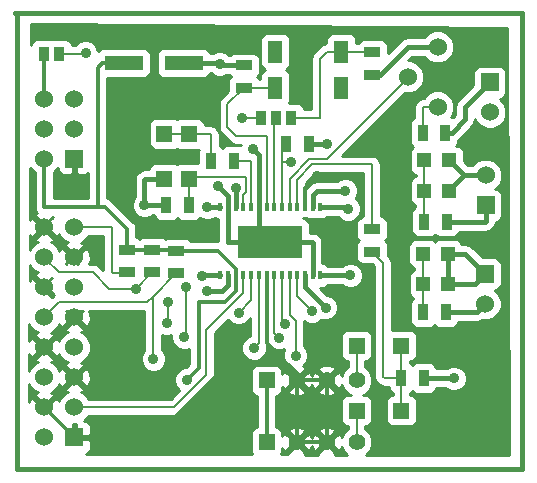
<source format=gtl>
G04 (created by PCBNEW-RS274X (2010-05-05 BZR 2356)-stable) date 29/03/2011 14:52:02*
G01*
G70*
G90*
%MOIN*%
G04 Gerber Fmt 3.4, Leading zero omitted, Abs format*
%FSLAX34Y34*%
G04 APERTURE LIST*
%ADD10C,0.006000*%
%ADD11C,0.015000*%
%ADD12R,0.130000X0.050000*%
%ADD13R,0.050000X0.074000*%
%ADD14R,0.055100X0.055100*%
%ADD15R,0.038000X0.050000*%
%ADD16R,0.047200X0.047200*%
%ADD17R,0.060000X0.060000*%
%ADD18C,0.060000*%
%ADD19R,0.055000X0.035000*%
%ADD20R,0.035000X0.055000*%
%ADD21R,0.055000X0.055000*%
%ADD22C,0.055000*%
%ADD23R,0.011800X0.031500*%
%ADD24R,0.216500X0.110200*%
%ADD25C,0.035000*%
%ADD26C,0.013800*%
%ADD27C,0.015700*%
%ADD28C,0.008000*%
%ADD29C,0.010000*%
G04 APERTURE END LIST*
G54D10*
G54D11*
X25550Y-22360D02*
X25600Y-22360D01*
X25550Y-37560D02*
X25550Y-22360D01*
X42400Y-37560D02*
X25550Y-37560D01*
X42400Y-22360D02*
X42400Y-37560D01*
X25500Y-22360D02*
X42400Y-22360D01*
G54D12*
X29120Y-24020D03*
X31120Y-24020D03*
G54D13*
X36380Y-23640D03*
X34180Y-23640D03*
X34180Y-24840D03*
X36380Y-24840D03*
G54D14*
X38378Y-33440D03*
X36882Y-33440D03*
G54D15*
X26950Y-23720D03*
X26450Y-23720D03*
X33690Y-25850D03*
X34190Y-25850D03*
X34690Y-25850D03*
G54D16*
X39097Y-30380D03*
X39923Y-30380D03*
X39933Y-31390D03*
X39107Y-31390D03*
X39973Y-27260D03*
X39147Y-27260D03*
X39147Y-28280D03*
X39973Y-28280D03*
G54D17*
X41170Y-31050D03*
G54D18*
X41170Y-32050D03*
G54D17*
X41190Y-28760D03*
G54D18*
X41190Y-27760D03*
X39590Y-25480D03*
X38590Y-24480D03*
X39590Y-23480D03*
G54D19*
X37400Y-29555D03*
X37400Y-30305D03*
G54D20*
X39135Y-29310D03*
X39885Y-29310D03*
G54D19*
X30875Y-30275D03*
X30875Y-31025D03*
X29225Y-30250D03*
X29225Y-31000D03*
X30075Y-30250D03*
X30075Y-31000D03*
G54D20*
X39095Y-26340D03*
X39845Y-26340D03*
X34535Y-26710D03*
X35285Y-26710D03*
X39105Y-32320D03*
X39855Y-32320D03*
X31295Y-28750D03*
X30545Y-28750D03*
X32785Y-27280D03*
X32035Y-27280D03*
X39125Y-34520D03*
X38375Y-34520D03*
G54D19*
X33130Y-24095D03*
X33130Y-24845D03*
X37410Y-24405D03*
X37410Y-23655D03*
G54D17*
X27470Y-27210D03*
G54D18*
X26470Y-27210D03*
X27470Y-26210D03*
X26470Y-26210D03*
X27470Y-25210D03*
X26470Y-25210D03*
G54D17*
X27475Y-36500D03*
G54D18*
X26475Y-36500D03*
X27475Y-35500D03*
X26475Y-35500D03*
X27475Y-34500D03*
X26475Y-34500D03*
X27475Y-33500D03*
X26475Y-33500D03*
X27475Y-32500D03*
X26475Y-32500D03*
X27475Y-31500D03*
X26475Y-31500D03*
X27475Y-30500D03*
X26475Y-30500D03*
X27475Y-29500D03*
X26475Y-29500D03*
G54D17*
X41330Y-24660D03*
G54D18*
X41330Y-25660D03*
G54D21*
X33890Y-34600D03*
G54D22*
X34890Y-34600D03*
X35890Y-34600D03*
X36890Y-34600D03*
G54D21*
X33890Y-36660D03*
G54D22*
X34890Y-36660D03*
X35890Y-36660D03*
X36890Y-36660D03*
G54D14*
X30480Y-27878D03*
X30480Y-26382D03*
X38378Y-35610D03*
X36882Y-35610D03*
X31310Y-26392D03*
X31310Y-27888D03*
G54D23*
X35673Y-28818D03*
X35417Y-28818D03*
X35161Y-28818D03*
X34905Y-28818D03*
X34650Y-28818D03*
X34394Y-28818D03*
X34138Y-28818D03*
X33882Y-28818D03*
X33626Y-28818D03*
X33370Y-28818D03*
X33114Y-28818D03*
X32858Y-28818D03*
X32602Y-28818D03*
X32346Y-28818D03*
X32346Y-31102D03*
X32602Y-31102D03*
X32858Y-31102D03*
X33114Y-31102D03*
X33370Y-31102D03*
X33626Y-31102D03*
X33882Y-31102D03*
X34138Y-31102D03*
X34394Y-31102D03*
X34650Y-31102D03*
X34905Y-31102D03*
X35161Y-31102D03*
X35417Y-31102D03*
X35673Y-31102D03*
G54D24*
X34000Y-30000D03*
G54D25*
X31720Y-31130D03*
X33060Y-25850D03*
X36600Y-28880D03*
X31910Y-28830D03*
X29535Y-31540D03*
X34290Y-33170D03*
X31190Y-31500D03*
X31140Y-33150D03*
X36680Y-31100D03*
X30600Y-31970D03*
X30570Y-32700D03*
X34500Y-32730D03*
X30110Y-33880D03*
X34850Y-33770D03*
X33470Y-33520D03*
X32950Y-32340D03*
X35400Y-32280D03*
X35550Y-27800D03*
X40130Y-34530D03*
X32270Y-28130D03*
X32330Y-24050D03*
X35900Y-26720D03*
X33430Y-26880D03*
X34000Y-30000D03*
X34700Y-27330D03*
X27850Y-23690D03*
X31230Y-34580D03*
X31900Y-31620D03*
X36510Y-28280D03*
X35850Y-32170D03*
X29810Y-28760D03*
X32860Y-28180D03*
G54D26*
X26470Y-23740D02*
X26450Y-23720D01*
X26470Y-25210D02*
X26470Y-23740D01*
G54D27*
X32346Y-31102D02*
X31748Y-31102D01*
X31748Y-31102D02*
X31720Y-31130D01*
X39855Y-32320D02*
X40900Y-32320D01*
X40900Y-32320D02*
X41170Y-32050D01*
G54D28*
X33690Y-25850D02*
X33060Y-25850D01*
G54D27*
X35673Y-28818D02*
X36538Y-28818D01*
X36538Y-28818D02*
X36600Y-28880D01*
X41190Y-28760D02*
X41190Y-29300D01*
X41180Y-29310D02*
X39885Y-29310D01*
X41190Y-29300D02*
X41180Y-29310D01*
X39973Y-28280D02*
X39973Y-28260D01*
X39973Y-28260D02*
X40473Y-27760D01*
X41190Y-27760D02*
X40473Y-27760D01*
X40473Y-27760D02*
X39973Y-27260D01*
X32346Y-28818D02*
X31922Y-28818D01*
X31922Y-28818D02*
X31910Y-28830D01*
G54D28*
X26475Y-30500D02*
X26475Y-30505D01*
X26475Y-30505D02*
X26970Y-31000D01*
X26970Y-31000D02*
X28090Y-31000D01*
X28090Y-31000D02*
X28630Y-31540D01*
X28630Y-31540D02*
X29535Y-31540D01*
X29535Y-31540D02*
X30075Y-31000D01*
X34138Y-33018D02*
X34290Y-33170D01*
X34138Y-31102D02*
X34138Y-33018D01*
X31190Y-33100D02*
X31190Y-31500D01*
X31140Y-33150D02*
X31190Y-33100D01*
G54D27*
X39923Y-30380D02*
X40500Y-30380D01*
X40500Y-30380D02*
X41170Y-31050D01*
X39933Y-31390D02*
X40830Y-31390D01*
X40830Y-31390D02*
X41170Y-31050D01*
X39933Y-31390D02*
X39933Y-30390D01*
X39933Y-30390D02*
X39923Y-30380D01*
X35673Y-31102D02*
X36678Y-31102D01*
X36678Y-31102D02*
X36680Y-31100D01*
G54D28*
X34394Y-31102D02*
X34394Y-32624D01*
X30600Y-32670D02*
X30600Y-31970D01*
X30570Y-32700D02*
X30600Y-32670D01*
X34394Y-32624D02*
X34500Y-32730D01*
X28725Y-31000D02*
X28750Y-31025D01*
X28725Y-29525D02*
X28725Y-31000D01*
X28700Y-29500D02*
X28725Y-29525D01*
X27475Y-29500D02*
X28700Y-29500D01*
X28750Y-31025D02*
X29225Y-31000D01*
X34650Y-31102D02*
X34650Y-32410D01*
X30095Y-33865D02*
X30095Y-31805D01*
X30110Y-33880D02*
X30095Y-33865D01*
X34850Y-32610D02*
X34850Y-33770D01*
X34650Y-32410D02*
X34850Y-32610D01*
X26480Y-32500D02*
X26980Y-32000D01*
X26475Y-32500D02*
X26480Y-32500D01*
X29900Y-32000D02*
X30095Y-31805D01*
X30095Y-31805D02*
X30875Y-31025D01*
X26980Y-32000D02*
X29900Y-32000D01*
X36882Y-34592D02*
X36890Y-34600D01*
X36882Y-33440D02*
X36882Y-34592D01*
X36882Y-36652D02*
X36890Y-36660D01*
X36882Y-35610D02*
X36882Y-36652D01*
X33114Y-31102D02*
X33114Y-31676D01*
X30810Y-35500D02*
X27475Y-35500D01*
X31880Y-34430D02*
X30810Y-35500D01*
X31880Y-32910D02*
X31880Y-34430D01*
X33114Y-31676D02*
X31880Y-32910D01*
X33626Y-33364D02*
X33470Y-33520D01*
X33626Y-31102D02*
X33626Y-33364D01*
X33370Y-31102D02*
X33370Y-31920D01*
X33370Y-31920D02*
X32950Y-32340D01*
X34905Y-31785D02*
X34905Y-31102D01*
X35400Y-32280D02*
X34905Y-31785D01*
G54D26*
X35161Y-28818D02*
X35161Y-28189D01*
X35161Y-28189D02*
X35550Y-27800D01*
X27475Y-36500D02*
X30180Y-36500D01*
X32700Y-33980D02*
X34510Y-33980D01*
X30180Y-36500D02*
X32700Y-33980D01*
X26475Y-35500D02*
X27475Y-34500D01*
X26475Y-35500D02*
X27475Y-36500D01*
X35890Y-34600D02*
X35890Y-36660D01*
X34890Y-34600D02*
X34890Y-36660D01*
X33882Y-31102D02*
X33882Y-33352D01*
X33882Y-33352D02*
X34510Y-33980D01*
X34890Y-34360D02*
X34890Y-34600D01*
X34510Y-33980D02*
X34890Y-34360D01*
X34890Y-36660D02*
X35890Y-36660D01*
X34890Y-34600D02*
X35890Y-34600D01*
G54D27*
X39125Y-34520D02*
X40120Y-34520D01*
X40120Y-34520D02*
X40130Y-34530D01*
X37410Y-24405D02*
X37665Y-24405D01*
X38590Y-23480D02*
X39590Y-23480D01*
X37665Y-24405D02*
X38590Y-23480D01*
X32602Y-28818D02*
X32602Y-28462D01*
X32602Y-28462D02*
X32270Y-28130D01*
X33130Y-24095D02*
X32375Y-24095D01*
X32300Y-24020D02*
X32330Y-24050D01*
X32300Y-24020D02*
X31120Y-24020D01*
X32375Y-24095D02*
X32330Y-24050D01*
X35285Y-26710D02*
X35890Y-26710D01*
X35890Y-26710D02*
X35900Y-26720D01*
X33626Y-28818D02*
X33626Y-27076D01*
X33626Y-27076D02*
X33430Y-26880D01*
X35417Y-31102D02*
X35417Y-30017D01*
X35400Y-30000D02*
X34000Y-30000D01*
X35417Y-30017D02*
X35400Y-30000D01*
X32602Y-28818D02*
X32602Y-29998D01*
X32604Y-30000D02*
X34000Y-30000D01*
X32602Y-29998D02*
X32604Y-30000D01*
X33626Y-28818D02*
X33626Y-29626D01*
X33626Y-29626D02*
X34000Y-30000D01*
G54D28*
X26950Y-23720D02*
X27820Y-23720D01*
X34700Y-27330D02*
X34394Y-27330D01*
X27820Y-23720D02*
X27850Y-23690D01*
X34394Y-26851D02*
X34535Y-26710D01*
X34394Y-28818D02*
X34394Y-27330D01*
X34394Y-27330D02*
X34394Y-26851D01*
X36380Y-23640D02*
X37395Y-23640D01*
X37395Y-23640D02*
X37410Y-23655D01*
X36380Y-23640D02*
X35910Y-23640D01*
X35640Y-25850D02*
X34690Y-25850D01*
X35650Y-25840D02*
X35640Y-25850D01*
X35650Y-23900D02*
X35650Y-25840D01*
X35910Y-23640D02*
X35650Y-23900D01*
X33370Y-27280D02*
X32785Y-27280D01*
X33370Y-28818D02*
X33370Y-27280D01*
X31300Y-26382D02*
X31310Y-26392D01*
X32035Y-27280D02*
X32035Y-26415D01*
X32012Y-26392D02*
X31310Y-26392D01*
X32035Y-26415D02*
X32012Y-26392D01*
X30480Y-26382D02*
X31300Y-26382D01*
X31295Y-27903D02*
X31310Y-27888D01*
X33114Y-28818D02*
X33114Y-28416D01*
X31368Y-27830D02*
X31310Y-27888D01*
X33180Y-27830D02*
X31368Y-27830D01*
X33210Y-27860D02*
X33180Y-27830D01*
X33210Y-28320D02*
X33210Y-27860D01*
X33114Y-28416D02*
X33210Y-28320D01*
X31295Y-28750D02*
X31295Y-27903D01*
X39095Y-26340D02*
X39095Y-25485D01*
X39100Y-25480D02*
X39590Y-25480D01*
X39095Y-25485D02*
X39100Y-25480D01*
X35410Y-27400D02*
X37390Y-27400D01*
X34905Y-27905D02*
X35410Y-27400D01*
X34905Y-28818D02*
X34905Y-27905D01*
X37400Y-27410D02*
X37400Y-29555D01*
X37390Y-27400D02*
X37400Y-27410D01*
X34650Y-28818D02*
X34650Y-27870D01*
X38590Y-24520D02*
X38590Y-24480D01*
X35890Y-27220D02*
X38590Y-24520D01*
X35300Y-27220D02*
X35890Y-27220D01*
X34650Y-27870D02*
X35300Y-27220D01*
X34138Y-28818D02*
X34138Y-25902D01*
X34138Y-25902D02*
X34190Y-25850D01*
X38375Y-34520D02*
X38375Y-35607D01*
X38375Y-35607D02*
X38378Y-35610D01*
X38378Y-33440D02*
X38378Y-34517D01*
X38378Y-34517D02*
X38375Y-34520D01*
X38375Y-34520D02*
X37820Y-34520D01*
X37770Y-30675D02*
X37400Y-30305D01*
X37770Y-34470D02*
X37770Y-30675D01*
X37820Y-34520D02*
X37770Y-34470D01*
X33882Y-28818D02*
X33882Y-26472D01*
X32580Y-25395D02*
X33130Y-24845D01*
X32580Y-26160D02*
X32580Y-25395D01*
X32880Y-26460D02*
X32580Y-26160D01*
X33870Y-26460D02*
X32880Y-26460D01*
X33882Y-26472D02*
X33870Y-26460D01*
X34180Y-24840D02*
X33135Y-24840D01*
X33135Y-24840D02*
X33130Y-24845D01*
X39107Y-32318D02*
X39105Y-32320D01*
X39097Y-30380D02*
X39097Y-31380D01*
X39097Y-31380D02*
X39107Y-31390D01*
X39107Y-31390D02*
X39107Y-32318D01*
X39147Y-28280D02*
X39147Y-27260D01*
X39135Y-29310D02*
X39135Y-28318D01*
X39135Y-28318D02*
X39147Y-28280D01*
G54D26*
X32858Y-31612D02*
X32858Y-31102D01*
X32500Y-31970D02*
X32858Y-31612D01*
X31620Y-31970D02*
X32500Y-31970D01*
X31620Y-34190D02*
X31620Y-31970D01*
X31230Y-34580D02*
X31620Y-34190D01*
X33890Y-34600D02*
X33890Y-36660D01*
X29120Y-24020D02*
X28410Y-24020D01*
X28260Y-24170D02*
X28260Y-28830D01*
X28410Y-24020D02*
X28260Y-24170D01*
X32858Y-31102D02*
X32858Y-30878D01*
X32858Y-30878D02*
X32255Y-30275D01*
X32255Y-30275D02*
X30875Y-30275D01*
X26470Y-27210D02*
X26470Y-28820D01*
X29225Y-29555D02*
X29225Y-30250D01*
X28500Y-28830D02*
X29225Y-29555D01*
X26480Y-28830D02*
X28260Y-28830D01*
X28260Y-28830D02*
X28500Y-28830D01*
X26470Y-28820D02*
X26480Y-28830D01*
X30075Y-30250D02*
X30850Y-30250D01*
X30850Y-30250D02*
X30875Y-30275D01*
X29225Y-30250D02*
X30075Y-30250D01*
G54D27*
X32602Y-31102D02*
X32602Y-31408D01*
X32390Y-31620D02*
X31900Y-31620D01*
X32602Y-31408D02*
X32390Y-31620D01*
X39845Y-26340D02*
X40050Y-26340D01*
X40500Y-25490D02*
X41330Y-24660D01*
X40500Y-25890D02*
X40500Y-25490D01*
X40050Y-26340D02*
X40500Y-25890D01*
X35417Y-28818D02*
X35417Y-28413D01*
X35550Y-28280D02*
X36510Y-28280D01*
X35417Y-28413D02*
X35550Y-28280D01*
X35161Y-31102D02*
X35161Y-31481D01*
X35161Y-31481D02*
X35850Y-32170D01*
X30480Y-27878D02*
X29848Y-27878D01*
X29820Y-28750D02*
X29810Y-28760D01*
X29820Y-28750D02*
X30545Y-28750D01*
X29810Y-27916D02*
X29810Y-28760D01*
X29848Y-27878D02*
X29810Y-27916D01*
X32858Y-28818D02*
X32858Y-28182D01*
X32858Y-28182D02*
X32860Y-28180D01*
G54D10*
G36*
X41959Y-37099D02*
X41890Y-22849D01*
X26329Y-22729D01*
X26019Y-22721D01*
X26016Y-23407D01*
X26049Y-23329D01*
X26119Y-23259D01*
X26211Y-23221D01*
X26690Y-23221D01*
X26700Y-23225D01*
X26711Y-23221D01*
X27190Y-23221D01*
X27281Y-23259D01*
X27351Y-23329D01*
X27389Y-23421D01*
X27389Y-23430D01*
X27509Y-23430D01*
X27610Y-23329D01*
X27766Y-23265D01*
X27935Y-23265D01*
X28091Y-23330D01*
X28211Y-23450D01*
X28275Y-23606D01*
X28275Y-23613D01*
X28329Y-23559D01*
X28421Y-23521D01*
X29820Y-23521D01*
X29911Y-23559D01*
X29981Y-23629D01*
X30019Y-23721D01*
X30019Y-24320D01*
X29981Y-24411D01*
X29911Y-24481D01*
X29819Y-24519D01*
X28579Y-24519D01*
X28579Y-28526D01*
X28622Y-28535D01*
X28726Y-28604D01*
X29448Y-29327D01*
X29451Y-29329D01*
X29492Y-29390D01*
X29520Y-29432D01*
X29544Y-29555D01*
X29544Y-29826D01*
X29550Y-29826D01*
X29641Y-29864D01*
X29649Y-29872D01*
X29659Y-29864D01*
X29751Y-29826D01*
X30400Y-29826D01*
X30491Y-29864D01*
X30499Y-29872D01*
X30551Y-29851D01*
X31200Y-29851D01*
X31291Y-29889D01*
X31358Y-29956D01*
X32250Y-29956D01*
X32255Y-29955D01*
X32274Y-29958D01*
X32274Y-29224D01*
X32237Y-29224D01*
X32152Y-29188D01*
X32150Y-29191D01*
X31994Y-29255D01*
X31825Y-29255D01*
X31669Y-29190D01*
X31662Y-29183D01*
X31611Y-29236D01*
X31519Y-29274D01*
X31070Y-29274D01*
X30979Y-29236D01*
X30919Y-29176D01*
X30861Y-29236D01*
X30769Y-29274D01*
X30320Y-29274D01*
X30229Y-29236D01*
X30159Y-29166D01*
X30122Y-29078D01*
X30093Y-29078D01*
X30050Y-29121D01*
X29894Y-29185D01*
X29725Y-29185D01*
X29569Y-29120D01*
X29449Y-29000D01*
X29385Y-28844D01*
X29385Y-28675D01*
X29450Y-28519D01*
X29482Y-28487D01*
X29482Y-27916D01*
X29507Y-27790D01*
X29578Y-27684D01*
X29616Y-27646D01*
X29722Y-27575D01*
X29847Y-27550D01*
X29957Y-27550D01*
X29994Y-27462D01*
X30064Y-27392D01*
X30156Y-27354D01*
X30805Y-27354D01*
X30896Y-27392D01*
X30902Y-27398D01*
X30986Y-27364D01*
X31611Y-27364D01*
X31611Y-26955D01*
X31627Y-26916D01*
X30985Y-26916D01*
X30894Y-26878D01*
X30887Y-26871D01*
X30804Y-26906D01*
X30155Y-26906D01*
X30064Y-26868D01*
X29994Y-26798D01*
X29956Y-26706D01*
X29956Y-26057D01*
X29994Y-25966D01*
X30064Y-25896D01*
X30156Y-25858D01*
X30805Y-25858D01*
X30896Y-25896D01*
X30902Y-25902D01*
X30986Y-25868D01*
X31635Y-25868D01*
X31726Y-25906D01*
X31796Y-25976D01*
X31834Y-26068D01*
X31834Y-26102D01*
X32012Y-26102D01*
X32123Y-26124D01*
X32217Y-26187D01*
X32240Y-26210D01*
X32303Y-26304D01*
X32325Y-26415D01*
X32325Y-26783D01*
X32351Y-26794D01*
X32410Y-26853D01*
X32469Y-26794D01*
X32561Y-26756D01*
X33010Y-26756D01*
X33019Y-26760D01*
X33023Y-26750D01*
X32880Y-26750D01*
X32769Y-26728D01*
X32675Y-26665D01*
X32375Y-26365D01*
X32312Y-26271D01*
X32290Y-26160D01*
X32290Y-25395D01*
X32312Y-25284D01*
X32375Y-25190D01*
X32606Y-24959D01*
X32606Y-24620D01*
X32644Y-24529D01*
X32703Y-24470D01*
X32656Y-24423D01*
X32540Y-24423D01*
X32414Y-24475D01*
X32245Y-24475D01*
X32089Y-24410D01*
X32026Y-24347D01*
X32007Y-24347D01*
X31981Y-24411D01*
X31911Y-24481D01*
X31819Y-24519D01*
X30420Y-24519D01*
X30329Y-24481D01*
X30259Y-24411D01*
X30221Y-24319D01*
X30221Y-23720D01*
X30259Y-23629D01*
X30329Y-23559D01*
X30421Y-23521D01*
X31820Y-23521D01*
X31911Y-23559D01*
X31981Y-23629D01*
X32007Y-23692D01*
X32087Y-23692D01*
X32090Y-23689D01*
X32246Y-23625D01*
X32415Y-23625D01*
X32571Y-23690D01*
X32648Y-23767D01*
X32656Y-23767D01*
X32714Y-23709D01*
X32806Y-23671D01*
X33455Y-23671D01*
X33546Y-23709D01*
X33616Y-23779D01*
X33654Y-23871D01*
X33654Y-24320D01*
X33616Y-24411D01*
X33556Y-24469D01*
X33616Y-24529D01*
X33624Y-24550D01*
X33681Y-24550D01*
X33681Y-24420D01*
X33719Y-24329D01*
X33789Y-24259D01*
X33834Y-24240D01*
X33789Y-24221D01*
X33719Y-24151D01*
X33681Y-24059D01*
X33681Y-23220D01*
X33719Y-23129D01*
X33789Y-23059D01*
X33881Y-23021D01*
X34480Y-23021D01*
X34571Y-23059D01*
X34641Y-23129D01*
X34679Y-23221D01*
X34679Y-24060D01*
X34641Y-24151D01*
X34571Y-24221D01*
X34525Y-24239D01*
X34571Y-24259D01*
X34641Y-24329D01*
X34679Y-24421D01*
X34679Y-25260D01*
X34641Y-25351D01*
X34930Y-25351D01*
X35021Y-25389D01*
X35091Y-25459D01*
X35129Y-25551D01*
X35129Y-25560D01*
X35360Y-25560D01*
X35360Y-23900D01*
X35382Y-23789D01*
X35445Y-23695D01*
X35704Y-23435D01*
X35798Y-23372D01*
X35816Y-23368D01*
X35881Y-23355D01*
X35881Y-23220D01*
X35919Y-23129D01*
X35989Y-23059D01*
X36081Y-23021D01*
X36680Y-23021D01*
X36771Y-23059D01*
X36841Y-23129D01*
X36879Y-23221D01*
X36879Y-23350D01*
X36919Y-23350D01*
X36924Y-23339D01*
X36994Y-23269D01*
X37086Y-23231D01*
X37735Y-23231D01*
X37826Y-23269D01*
X37896Y-23339D01*
X37934Y-23431D01*
X37934Y-23672D01*
X38358Y-23248D01*
X38464Y-23177D01*
X38590Y-23152D01*
X39142Y-23151D01*
X39279Y-23015D01*
X39481Y-22931D01*
X39699Y-22931D01*
X39901Y-23015D01*
X40055Y-23169D01*
X40139Y-23371D01*
X40139Y-23589D01*
X40055Y-23791D01*
X39901Y-23945D01*
X39699Y-24029D01*
X39481Y-24029D01*
X39279Y-23945D01*
X39142Y-23808D01*
X38725Y-23808D01*
X38603Y-23931D01*
X38699Y-23931D01*
X38901Y-24015D01*
X39055Y-24169D01*
X39139Y-24371D01*
X39139Y-24589D01*
X39055Y-24791D01*
X38901Y-24945D01*
X38699Y-25029D01*
X38491Y-25029D01*
X36410Y-27110D01*
X37390Y-27110D01*
X37501Y-27132D01*
X37595Y-27195D01*
X37604Y-27205D01*
X37668Y-27299D01*
X37690Y-27410D01*
X37690Y-29131D01*
X37725Y-29131D01*
X37816Y-29169D01*
X37886Y-29239D01*
X37924Y-29331D01*
X37924Y-29780D01*
X37886Y-29871D01*
X37827Y-29930D01*
X37886Y-29989D01*
X37924Y-30081D01*
X37924Y-30419D01*
X37975Y-30470D01*
X38038Y-30564D01*
X38060Y-30675D01*
X38060Y-32916D01*
X38703Y-32916D01*
X38794Y-32954D01*
X38864Y-33024D01*
X38902Y-33116D01*
X38902Y-33765D01*
X38864Y-33856D01*
X38794Y-33926D01*
X38702Y-33964D01*
X38668Y-33964D01*
X38668Y-34024D01*
X38691Y-34034D01*
X38750Y-34093D01*
X38809Y-34034D01*
X38901Y-33996D01*
X39350Y-33996D01*
X39441Y-34034D01*
X39511Y-34104D01*
X39547Y-34192D01*
X39630Y-34192D01*
X39630Y-32844D01*
X39539Y-32806D01*
X39480Y-32747D01*
X39421Y-32806D01*
X39329Y-32844D01*
X38880Y-32844D01*
X38789Y-32806D01*
X38719Y-32736D01*
X38681Y-32644D01*
X38681Y-31995D01*
X38719Y-31904D01*
X38769Y-31853D01*
X38730Y-31837D01*
X38660Y-31767D01*
X38622Y-31675D01*
X38622Y-31104D01*
X38660Y-31013D01*
X38730Y-30943D01*
X38807Y-30911D01*
X38807Y-30863D01*
X38720Y-30827D01*
X38650Y-30757D01*
X38612Y-30665D01*
X38612Y-30094D01*
X38650Y-30003D01*
X38720Y-29933D01*
X38812Y-29895D01*
X39383Y-29895D01*
X39474Y-29933D01*
X39510Y-29969D01*
X39546Y-29933D01*
X39638Y-29895D01*
X39660Y-29895D01*
X39660Y-29834D01*
X39569Y-29796D01*
X39509Y-29736D01*
X39451Y-29796D01*
X39359Y-29834D01*
X38910Y-29834D01*
X38819Y-29796D01*
X38749Y-29726D01*
X38711Y-29634D01*
X38711Y-28985D01*
X38749Y-28894D01*
X38819Y-28824D01*
X38845Y-28813D01*
X38845Y-28758D01*
X38770Y-28727D01*
X38700Y-28657D01*
X38662Y-28565D01*
X38662Y-27994D01*
X38700Y-27903D01*
X38770Y-27833D01*
X38857Y-27797D01*
X38857Y-27743D01*
X38770Y-27707D01*
X38700Y-27637D01*
X38662Y-27545D01*
X38662Y-26974D01*
X38700Y-26883D01*
X38767Y-26814D01*
X38709Y-26756D01*
X38671Y-26664D01*
X38671Y-26015D01*
X38709Y-25924D01*
X38779Y-25854D01*
X38805Y-25843D01*
X38805Y-25485D01*
X38827Y-25374D01*
X38890Y-25280D01*
X38895Y-25275D01*
X38989Y-25212D01*
X39100Y-25190D01*
X39116Y-25190D01*
X39125Y-25169D01*
X39279Y-25015D01*
X39481Y-24931D01*
X39699Y-24931D01*
X39901Y-25015D01*
X40055Y-25169D01*
X40139Y-25371D01*
X40139Y-25589D01*
X40055Y-25791D01*
X40029Y-25816D01*
X40070Y-25816D01*
X40098Y-25827D01*
X40172Y-25754D01*
X40172Y-25490D01*
X40197Y-25364D01*
X40268Y-25258D01*
X40781Y-24745D01*
X40781Y-24310D01*
X40819Y-24219D01*
X40889Y-24149D01*
X40981Y-24111D01*
X41680Y-24111D01*
X41771Y-24149D01*
X41841Y-24219D01*
X41879Y-24311D01*
X41879Y-25010D01*
X41841Y-25101D01*
X41771Y-25171D01*
X41679Y-25209D01*
X41655Y-25209D01*
X41795Y-25349D01*
X41879Y-25551D01*
X41879Y-25769D01*
X41795Y-25971D01*
X41641Y-26125D01*
X41439Y-26209D01*
X41221Y-26209D01*
X41019Y-26125D01*
X40865Y-25971D01*
X40828Y-25882D01*
X40828Y-25890D01*
X40803Y-26016D01*
X40732Y-26122D01*
X40282Y-26572D01*
X40269Y-26580D01*
X40269Y-26665D01*
X40231Y-26756D01*
X40211Y-26775D01*
X40259Y-26775D01*
X40350Y-26813D01*
X40420Y-26883D01*
X40458Y-26975D01*
X40458Y-27281D01*
X40609Y-27432D01*
X40741Y-27432D01*
X40879Y-27295D01*
X41081Y-27211D01*
X41299Y-27211D01*
X41501Y-27295D01*
X41655Y-27449D01*
X41739Y-27651D01*
X41739Y-27869D01*
X41655Y-28071D01*
X41515Y-28211D01*
X41540Y-28211D01*
X41631Y-28249D01*
X41701Y-28319D01*
X41739Y-28411D01*
X41739Y-29110D01*
X41701Y-29201D01*
X41631Y-29271D01*
X41539Y-29309D01*
X41516Y-29309D01*
X41493Y-29426D01*
X41422Y-29532D01*
X41412Y-29542D01*
X41306Y-29613D01*
X41180Y-29638D01*
X40307Y-29638D01*
X40271Y-29726D01*
X40201Y-29796D01*
X40109Y-29834D01*
X39660Y-29834D01*
X39660Y-29895D01*
X40209Y-29895D01*
X40300Y-29933D01*
X40370Y-30003D01*
X40390Y-30052D01*
X40500Y-30052D01*
X40626Y-30077D01*
X40732Y-30148D01*
X41085Y-30501D01*
X41520Y-30501D01*
X41611Y-30539D01*
X41681Y-30609D01*
X41719Y-30701D01*
X41719Y-31400D01*
X41681Y-31491D01*
X41611Y-31561D01*
X41519Y-31599D01*
X41495Y-31599D01*
X41635Y-31739D01*
X41719Y-31941D01*
X41719Y-32159D01*
X41635Y-32361D01*
X41481Y-32515D01*
X41279Y-32599D01*
X41061Y-32599D01*
X41026Y-32623D01*
X40900Y-32648D01*
X40277Y-32648D01*
X40241Y-32736D01*
X40171Y-32806D01*
X40079Y-32844D01*
X39630Y-32844D01*
X39630Y-34192D01*
X39867Y-34192D01*
X39890Y-34169D01*
X40046Y-34105D01*
X40215Y-34105D01*
X40371Y-34170D01*
X40491Y-34290D01*
X40555Y-34446D01*
X40555Y-34615D01*
X40490Y-34771D01*
X40370Y-34891D01*
X40214Y-34955D01*
X40045Y-34955D01*
X39889Y-34890D01*
X39847Y-34848D01*
X39547Y-34848D01*
X39511Y-34936D01*
X39441Y-35006D01*
X39349Y-35044D01*
X38900Y-35044D01*
X38809Y-35006D01*
X38750Y-34947D01*
X38691Y-35006D01*
X38665Y-35016D01*
X38665Y-35086D01*
X38703Y-35086D01*
X38794Y-35124D01*
X38864Y-35194D01*
X38902Y-35286D01*
X38902Y-35935D01*
X38864Y-36026D01*
X38794Y-36096D01*
X38702Y-36134D01*
X38053Y-36134D01*
X37962Y-36096D01*
X37892Y-36026D01*
X37854Y-35934D01*
X37854Y-35285D01*
X37892Y-35194D01*
X37962Y-35124D01*
X38054Y-35086D01*
X38085Y-35086D01*
X38085Y-35016D01*
X38059Y-35006D01*
X37989Y-34936D01*
X37951Y-34844D01*
X37951Y-34810D01*
X37820Y-34810D01*
X37709Y-34788D01*
X37676Y-34766D01*
X37614Y-34725D01*
X37565Y-34675D01*
X37502Y-34581D01*
X37480Y-34470D01*
X37480Y-30795D01*
X37413Y-30729D01*
X37075Y-30729D01*
X36984Y-30691D01*
X36914Y-30621D01*
X36876Y-30529D01*
X36876Y-30080D01*
X36914Y-29989D01*
X36973Y-29930D01*
X36914Y-29871D01*
X36876Y-29779D01*
X36876Y-29330D01*
X36914Y-29239D01*
X36984Y-29169D01*
X37076Y-29131D01*
X37110Y-29131D01*
X37110Y-27690D01*
X35530Y-27690D01*
X35195Y-28025D01*
X35195Y-28171D01*
X35318Y-28048D01*
X35424Y-27977D01*
X35550Y-27952D01*
X36237Y-27952D01*
X36270Y-27919D01*
X36426Y-27855D01*
X36595Y-27855D01*
X36751Y-27920D01*
X36871Y-28040D01*
X36935Y-28196D01*
X36935Y-28365D01*
X36870Y-28521D01*
X36856Y-28535D01*
X36961Y-28640D01*
X37025Y-28796D01*
X37025Y-28965D01*
X36960Y-29121D01*
X36840Y-29241D01*
X36684Y-29305D01*
X36515Y-29305D01*
X36359Y-29240D01*
X36265Y-29146D01*
X35913Y-29146D01*
X35873Y-29186D01*
X35781Y-29224D01*
X35564Y-29224D01*
X35544Y-29215D01*
X35525Y-29224D01*
X35308Y-29224D01*
X35288Y-29215D01*
X35269Y-29224D01*
X35252Y-29225D01*
X35202Y-29175D01*
X35120Y-29175D01*
X35095Y-29200D01*
X35132Y-29200D01*
X35223Y-29238D01*
X35293Y-29308D01*
X35331Y-29400D01*
X35331Y-29672D01*
X35400Y-29672D01*
X35526Y-29697D01*
X35632Y-29768D01*
X35649Y-29785D01*
X35720Y-29891D01*
X35745Y-30017D01*
X35745Y-30696D01*
X35782Y-30696D01*
X35873Y-30734D01*
X35913Y-30774D01*
X36404Y-30774D01*
X36440Y-30739D01*
X36596Y-30675D01*
X36765Y-30675D01*
X36921Y-30740D01*
X37041Y-30860D01*
X37105Y-31016D01*
X37105Y-31185D01*
X37040Y-31341D01*
X36920Y-31461D01*
X36764Y-31525D01*
X36595Y-31525D01*
X36439Y-31460D01*
X36409Y-31430D01*
X35913Y-31430D01*
X35873Y-31470D01*
X35781Y-31508D01*
X35652Y-31508D01*
X35889Y-31745D01*
X35935Y-31745D01*
X36091Y-31810D01*
X36211Y-31930D01*
X36275Y-32086D01*
X36275Y-32255D01*
X36210Y-32411D01*
X36090Y-32531D01*
X35934Y-32595D01*
X35765Y-32595D01*
X35709Y-32571D01*
X35640Y-32641D01*
X35484Y-32705D01*
X35315Y-32705D01*
X35159Y-32640D01*
X35140Y-32621D01*
X35140Y-33459D01*
X35211Y-33530D01*
X35275Y-33686D01*
X35275Y-33855D01*
X35210Y-34011D01*
X35094Y-34126D01*
X35157Y-34148D01*
X35180Y-34239D01*
X34890Y-34529D01*
X34600Y-34239D01*
X34623Y-34148D01*
X34637Y-34141D01*
X34609Y-34130D01*
X34489Y-34010D01*
X34425Y-33854D01*
X34425Y-33685D01*
X34480Y-33551D01*
X34374Y-33595D01*
X34205Y-33595D01*
X34049Y-33530D01*
X33929Y-33410D01*
X33914Y-33373D01*
X33895Y-33469D01*
X33895Y-33605D01*
X33830Y-33761D01*
X33710Y-33881D01*
X33554Y-33945D01*
X33385Y-33945D01*
X33229Y-33880D01*
X33109Y-33760D01*
X33045Y-33604D01*
X33045Y-33435D01*
X33110Y-33279D01*
X33230Y-33159D01*
X33336Y-33115D01*
X33336Y-32518D01*
X33310Y-32581D01*
X33190Y-32701D01*
X33034Y-32765D01*
X32865Y-32765D01*
X32709Y-32700D01*
X32604Y-32595D01*
X32170Y-33030D01*
X32170Y-34430D01*
X32148Y-34541D01*
X32085Y-34635D01*
X31015Y-35705D01*
X30921Y-35768D01*
X30810Y-35790D01*
X27948Y-35790D01*
X27940Y-35811D01*
X27800Y-35951D01*
X27825Y-35951D01*
X27916Y-35989D01*
X27986Y-36059D01*
X28024Y-36151D01*
X28025Y-36388D01*
X27963Y-36450D01*
X27525Y-36450D01*
X27525Y-36049D01*
X27425Y-36049D01*
X27425Y-36450D01*
X27425Y-36550D01*
X27525Y-36550D01*
X27963Y-36550D01*
X28025Y-36612D01*
X28024Y-36849D01*
X27986Y-36941D01*
X27916Y-37011D01*
X27852Y-37037D01*
X33398Y-37062D01*
X33366Y-36984D01*
X33366Y-36335D01*
X33404Y-36244D01*
X33474Y-36174D01*
X33566Y-36136D01*
X33571Y-36136D01*
X33571Y-35124D01*
X33565Y-35124D01*
X33474Y-35086D01*
X33404Y-35016D01*
X33366Y-34924D01*
X33366Y-34275D01*
X33404Y-34184D01*
X33474Y-34114D01*
X33566Y-34076D01*
X34215Y-34076D01*
X34306Y-34114D01*
X34376Y-34184D01*
X34414Y-34276D01*
X34414Y-34402D01*
X34438Y-34333D01*
X34529Y-34310D01*
X34819Y-34600D01*
X34529Y-34890D01*
X34438Y-34867D01*
X34414Y-34808D01*
X34414Y-34925D01*
X34376Y-35016D01*
X34306Y-35086D01*
X34214Y-35124D01*
X34209Y-35124D01*
X34209Y-36136D01*
X34215Y-36136D01*
X34306Y-36174D01*
X34376Y-36244D01*
X34414Y-36336D01*
X34414Y-36462D01*
X34438Y-36393D01*
X34529Y-36370D01*
X34819Y-36660D01*
X34529Y-36950D01*
X34438Y-36927D01*
X34414Y-36868D01*
X34414Y-36985D01*
X34380Y-37066D01*
X34611Y-37066D01*
X34600Y-37021D01*
X34890Y-36731D01*
X34890Y-36589D01*
X34600Y-36299D01*
X34623Y-36208D01*
X34760Y-36152D01*
X34816Y-36148D01*
X34816Y-35119D01*
X34623Y-35052D01*
X34600Y-34961D01*
X34890Y-34671D01*
X35180Y-34961D01*
X35157Y-35052D01*
X35020Y-35108D01*
X34816Y-35119D01*
X34816Y-36148D01*
X34964Y-36141D01*
X35157Y-36208D01*
X35180Y-36299D01*
X34890Y-36589D01*
X34890Y-36731D01*
X35180Y-37021D01*
X35167Y-37069D01*
X35529Y-37070D01*
X35529Y-36950D01*
X35438Y-36927D01*
X35386Y-36800D01*
X35342Y-36927D01*
X35251Y-36950D01*
X34961Y-36660D01*
X35251Y-36370D01*
X35342Y-36393D01*
X35393Y-36519D01*
X35438Y-36393D01*
X35529Y-36370D01*
X35529Y-34890D01*
X35438Y-34867D01*
X35386Y-34740D01*
X35342Y-34867D01*
X35251Y-34890D01*
X34961Y-34600D01*
X35251Y-34310D01*
X35342Y-34333D01*
X35393Y-34459D01*
X35438Y-34333D01*
X35529Y-34310D01*
X35819Y-34600D01*
X35529Y-34890D01*
X35529Y-36370D01*
X35819Y-36660D01*
X35529Y-36950D01*
X35529Y-37070D01*
X35612Y-37071D01*
X35600Y-37021D01*
X35890Y-36731D01*
X35890Y-36589D01*
X35600Y-36299D01*
X35623Y-36208D01*
X35760Y-36152D01*
X35816Y-36148D01*
X35816Y-35119D01*
X35623Y-35052D01*
X35600Y-34961D01*
X35890Y-34671D01*
X35890Y-34529D01*
X35600Y-34239D01*
X35623Y-34148D01*
X35760Y-34092D01*
X35964Y-34081D01*
X36157Y-34148D01*
X36180Y-34239D01*
X35890Y-34529D01*
X35890Y-34671D01*
X36180Y-34961D01*
X36157Y-35052D01*
X36020Y-35108D01*
X35816Y-35119D01*
X35816Y-36148D01*
X35964Y-36141D01*
X36157Y-36208D01*
X36180Y-36299D01*
X35890Y-36589D01*
X35890Y-36731D01*
X36180Y-37021D01*
X36166Y-37073D01*
X36562Y-37075D01*
X36445Y-36957D01*
X36383Y-36808D01*
X36342Y-36927D01*
X36251Y-36950D01*
X35961Y-36660D01*
X36251Y-36370D01*
X36342Y-36393D01*
X36386Y-36502D01*
X36445Y-36362D01*
X36592Y-36215D01*
X36592Y-36134D01*
X36557Y-36134D01*
X36466Y-36096D01*
X36396Y-36026D01*
X36358Y-35934D01*
X36358Y-35285D01*
X36396Y-35194D01*
X36466Y-35124D01*
X36558Y-35086D01*
X36690Y-35086D01*
X36592Y-35045D01*
X36445Y-34897D01*
X36383Y-34748D01*
X36342Y-34867D01*
X36251Y-34890D01*
X35961Y-34600D01*
X36251Y-34310D01*
X36342Y-34333D01*
X36386Y-34442D01*
X36445Y-34302D01*
X36592Y-34155D01*
X36592Y-33964D01*
X36557Y-33964D01*
X36466Y-33926D01*
X36396Y-33856D01*
X36358Y-33764D01*
X36358Y-33115D01*
X36396Y-33024D01*
X36466Y-32954D01*
X36558Y-32916D01*
X37207Y-32916D01*
X37298Y-32954D01*
X37368Y-33024D01*
X37406Y-33116D01*
X37406Y-33765D01*
X37368Y-33856D01*
X37298Y-33926D01*
X37206Y-33964D01*
X37172Y-33964D01*
X37172Y-34148D01*
X37188Y-34155D01*
X37335Y-34303D01*
X37415Y-34496D01*
X37415Y-34705D01*
X37335Y-34898D01*
X37187Y-35045D01*
X37088Y-35086D01*
X37207Y-35086D01*
X37298Y-35124D01*
X37368Y-35194D01*
X37406Y-35286D01*
X37406Y-35935D01*
X37368Y-36026D01*
X37298Y-36096D01*
X37206Y-36134D01*
X37172Y-36134D01*
X37172Y-36208D01*
X37188Y-36215D01*
X37335Y-36363D01*
X37415Y-36556D01*
X37415Y-36765D01*
X37335Y-36958D01*
X37213Y-37078D01*
X41959Y-37099D01*
X41959Y-37099D01*
G37*
G54D29*
X41959Y-37099D02*
X41890Y-22849D01*
X26329Y-22729D01*
X26019Y-22721D01*
X26016Y-23407D01*
X26049Y-23329D01*
X26119Y-23259D01*
X26211Y-23221D01*
X26690Y-23221D01*
X26700Y-23225D01*
X26711Y-23221D01*
X27190Y-23221D01*
X27281Y-23259D01*
X27351Y-23329D01*
X27389Y-23421D01*
X27389Y-23430D01*
X27509Y-23430D01*
X27610Y-23329D01*
X27766Y-23265D01*
X27935Y-23265D01*
X28091Y-23330D01*
X28211Y-23450D01*
X28275Y-23606D01*
X28275Y-23613D01*
X28329Y-23559D01*
X28421Y-23521D01*
X29820Y-23521D01*
X29911Y-23559D01*
X29981Y-23629D01*
X30019Y-23721D01*
X30019Y-24320D01*
X29981Y-24411D01*
X29911Y-24481D01*
X29819Y-24519D01*
X28579Y-24519D01*
X28579Y-28526D01*
X28622Y-28535D01*
X28726Y-28604D01*
X29448Y-29327D01*
X29451Y-29329D01*
X29492Y-29390D01*
X29520Y-29432D01*
X29544Y-29555D01*
X29544Y-29826D01*
X29550Y-29826D01*
X29641Y-29864D01*
X29649Y-29872D01*
X29659Y-29864D01*
X29751Y-29826D01*
X30400Y-29826D01*
X30491Y-29864D01*
X30499Y-29872D01*
X30551Y-29851D01*
X31200Y-29851D01*
X31291Y-29889D01*
X31358Y-29956D01*
X32250Y-29956D01*
X32255Y-29955D01*
X32274Y-29958D01*
X32274Y-29224D01*
X32237Y-29224D01*
X32152Y-29188D01*
X32150Y-29191D01*
X31994Y-29255D01*
X31825Y-29255D01*
X31669Y-29190D01*
X31662Y-29183D01*
X31611Y-29236D01*
X31519Y-29274D01*
X31070Y-29274D01*
X30979Y-29236D01*
X30919Y-29176D01*
X30861Y-29236D01*
X30769Y-29274D01*
X30320Y-29274D01*
X30229Y-29236D01*
X30159Y-29166D01*
X30122Y-29078D01*
X30093Y-29078D01*
X30050Y-29121D01*
X29894Y-29185D01*
X29725Y-29185D01*
X29569Y-29120D01*
X29449Y-29000D01*
X29385Y-28844D01*
X29385Y-28675D01*
X29450Y-28519D01*
X29482Y-28487D01*
X29482Y-27916D01*
X29507Y-27790D01*
X29578Y-27684D01*
X29616Y-27646D01*
X29722Y-27575D01*
X29847Y-27550D01*
X29957Y-27550D01*
X29994Y-27462D01*
X30064Y-27392D01*
X30156Y-27354D01*
X30805Y-27354D01*
X30896Y-27392D01*
X30902Y-27398D01*
X30986Y-27364D01*
X31611Y-27364D01*
X31611Y-26955D01*
X31627Y-26916D01*
X30985Y-26916D01*
X30894Y-26878D01*
X30887Y-26871D01*
X30804Y-26906D01*
X30155Y-26906D01*
X30064Y-26868D01*
X29994Y-26798D01*
X29956Y-26706D01*
X29956Y-26057D01*
X29994Y-25966D01*
X30064Y-25896D01*
X30156Y-25858D01*
X30805Y-25858D01*
X30896Y-25896D01*
X30902Y-25902D01*
X30986Y-25868D01*
X31635Y-25868D01*
X31726Y-25906D01*
X31796Y-25976D01*
X31834Y-26068D01*
X31834Y-26102D01*
X32012Y-26102D01*
X32123Y-26124D01*
X32217Y-26187D01*
X32240Y-26210D01*
X32303Y-26304D01*
X32325Y-26415D01*
X32325Y-26783D01*
X32351Y-26794D01*
X32410Y-26853D01*
X32469Y-26794D01*
X32561Y-26756D01*
X33010Y-26756D01*
X33019Y-26760D01*
X33023Y-26750D01*
X32880Y-26750D01*
X32769Y-26728D01*
X32675Y-26665D01*
X32375Y-26365D01*
X32312Y-26271D01*
X32290Y-26160D01*
X32290Y-25395D01*
X32312Y-25284D01*
X32375Y-25190D01*
X32606Y-24959D01*
X32606Y-24620D01*
X32644Y-24529D01*
X32703Y-24470D01*
X32656Y-24423D01*
X32540Y-24423D01*
X32414Y-24475D01*
X32245Y-24475D01*
X32089Y-24410D01*
X32026Y-24347D01*
X32007Y-24347D01*
X31981Y-24411D01*
X31911Y-24481D01*
X31819Y-24519D01*
X30420Y-24519D01*
X30329Y-24481D01*
X30259Y-24411D01*
X30221Y-24319D01*
X30221Y-23720D01*
X30259Y-23629D01*
X30329Y-23559D01*
X30421Y-23521D01*
X31820Y-23521D01*
X31911Y-23559D01*
X31981Y-23629D01*
X32007Y-23692D01*
X32087Y-23692D01*
X32090Y-23689D01*
X32246Y-23625D01*
X32415Y-23625D01*
X32571Y-23690D01*
X32648Y-23767D01*
X32656Y-23767D01*
X32714Y-23709D01*
X32806Y-23671D01*
X33455Y-23671D01*
X33546Y-23709D01*
X33616Y-23779D01*
X33654Y-23871D01*
X33654Y-24320D01*
X33616Y-24411D01*
X33556Y-24469D01*
X33616Y-24529D01*
X33624Y-24550D01*
X33681Y-24550D01*
X33681Y-24420D01*
X33719Y-24329D01*
X33789Y-24259D01*
X33834Y-24240D01*
X33789Y-24221D01*
X33719Y-24151D01*
X33681Y-24059D01*
X33681Y-23220D01*
X33719Y-23129D01*
X33789Y-23059D01*
X33881Y-23021D01*
X34480Y-23021D01*
X34571Y-23059D01*
X34641Y-23129D01*
X34679Y-23221D01*
X34679Y-24060D01*
X34641Y-24151D01*
X34571Y-24221D01*
X34525Y-24239D01*
X34571Y-24259D01*
X34641Y-24329D01*
X34679Y-24421D01*
X34679Y-25260D01*
X34641Y-25351D01*
X34930Y-25351D01*
X35021Y-25389D01*
X35091Y-25459D01*
X35129Y-25551D01*
X35129Y-25560D01*
X35360Y-25560D01*
X35360Y-23900D01*
X35382Y-23789D01*
X35445Y-23695D01*
X35704Y-23435D01*
X35798Y-23372D01*
X35816Y-23368D01*
X35881Y-23355D01*
X35881Y-23220D01*
X35919Y-23129D01*
X35989Y-23059D01*
X36081Y-23021D01*
X36680Y-23021D01*
X36771Y-23059D01*
X36841Y-23129D01*
X36879Y-23221D01*
X36879Y-23350D01*
X36919Y-23350D01*
X36924Y-23339D01*
X36994Y-23269D01*
X37086Y-23231D01*
X37735Y-23231D01*
X37826Y-23269D01*
X37896Y-23339D01*
X37934Y-23431D01*
X37934Y-23672D01*
X38358Y-23248D01*
X38464Y-23177D01*
X38590Y-23152D01*
X39142Y-23151D01*
X39279Y-23015D01*
X39481Y-22931D01*
X39699Y-22931D01*
X39901Y-23015D01*
X40055Y-23169D01*
X40139Y-23371D01*
X40139Y-23589D01*
X40055Y-23791D01*
X39901Y-23945D01*
X39699Y-24029D01*
X39481Y-24029D01*
X39279Y-23945D01*
X39142Y-23808D01*
X38725Y-23808D01*
X38603Y-23931D01*
X38699Y-23931D01*
X38901Y-24015D01*
X39055Y-24169D01*
X39139Y-24371D01*
X39139Y-24589D01*
X39055Y-24791D01*
X38901Y-24945D01*
X38699Y-25029D01*
X38491Y-25029D01*
X36410Y-27110D01*
X37390Y-27110D01*
X37501Y-27132D01*
X37595Y-27195D01*
X37604Y-27205D01*
X37668Y-27299D01*
X37690Y-27410D01*
X37690Y-29131D01*
X37725Y-29131D01*
X37816Y-29169D01*
X37886Y-29239D01*
X37924Y-29331D01*
X37924Y-29780D01*
X37886Y-29871D01*
X37827Y-29930D01*
X37886Y-29989D01*
X37924Y-30081D01*
X37924Y-30419D01*
X37975Y-30470D01*
X38038Y-30564D01*
X38060Y-30675D01*
X38060Y-32916D01*
X38703Y-32916D01*
X38794Y-32954D01*
X38864Y-33024D01*
X38902Y-33116D01*
X38902Y-33765D01*
X38864Y-33856D01*
X38794Y-33926D01*
X38702Y-33964D01*
X38668Y-33964D01*
X38668Y-34024D01*
X38691Y-34034D01*
X38750Y-34093D01*
X38809Y-34034D01*
X38901Y-33996D01*
X39350Y-33996D01*
X39441Y-34034D01*
X39511Y-34104D01*
X39547Y-34192D01*
X39630Y-34192D01*
X39630Y-32844D01*
X39539Y-32806D01*
X39480Y-32747D01*
X39421Y-32806D01*
X39329Y-32844D01*
X38880Y-32844D01*
X38789Y-32806D01*
X38719Y-32736D01*
X38681Y-32644D01*
X38681Y-31995D01*
X38719Y-31904D01*
X38769Y-31853D01*
X38730Y-31837D01*
X38660Y-31767D01*
X38622Y-31675D01*
X38622Y-31104D01*
X38660Y-31013D01*
X38730Y-30943D01*
X38807Y-30911D01*
X38807Y-30863D01*
X38720Y-30827D01*
X38650Y-30757D01*
X38612Y-30665D01*
X38612Y-30094D01*
X38650Y-30003D01*
X38720Y-29933D01*
X38812Y-29895D01*
X39383Y-29895D01*
X39474Y-29933D01*
X39510Y-29969D01*
X39546Y-29933D01*
X39638Y-29895D01*
X39660Y-29895D01*
X39660Y-29834D01*
X39569Y-29796D01*
X39509Y-29736D01*
X39451Y-29796D01*
X39359Y-29834D01*
X38910Y-29834D01*
X38819Y-29796D01*
X38749Y-29726D01*
X38711Y-29634D01*
X38711Y-28985D01*
X38749Y-28894D01*
X38819Y-28824D01*
X38845Y-28813D01*
X38845Y-28758D01*
X38770Y-28727D01*
X38700Y-28657D01*
X38662Y-28565D01*
X38662Y-27994D01*
X38700Y-27903D01*
X38770Y-27833D01*
X38857Y-27797D01*
X38857Y-27743D01*
X38770Y-27707D01*
X38700Y-27637D01*
X38662Y-27545D01*
X38662Y-26974D01*
X38700Y-26883D01*
X38767Y-26814D01*
X38709Y-26756D01*
X38671Y-26664D01*
X38671Y-26015D01*
X38709Y-25924D01*
X38779Y-25854D01*
X38805Y-25843D01*
X38805Y-25485D01*
X38827Y-25374D01*
X38890Y-25280D01*
X38895Y-25275D01*
X38989Y-25212D01*
X39100Y-25190D01*
X39116Y-25190D01*
X39125Y-25169D01*
X39279Y-25015D01*
X39481Y-24931D01*
X39699Y-24931D01*
X39901Y-25015D01*
X40055Y-25169D01*
X40139Y-25371D01*
X40139Y-25589D01*
X40055Y-25791D01*
X40029Y-25816D01*
X40070Y-25816D01*
X40098Y-25827D01*
X40172Y-25754D01*
X40172Y-25490D01*
X40197Y-25364D01*
X40268Y-25258D01*
X40781Y-24745D01*
X40781Y-24310D01*
X40819Y-24219D01*
X40889Y-24149D01*
X40981Y-24111D01*
X41680Y-24111D01*
X41771Y-24149D01*
X41841Y-24219D01*
X41879Y-24311D01*
X41879Y-25010D01*
X41841Y-25101D01*
X41771Y-25171D01*
X41679Y-25209D01*
X41655Y-25209D01*
X41795Y-25349D01*
X41879Y-25551D01*
X41879Y-25769D01*
X41795Y-25971D01*
X41641Y-26125D01*
X41439Y-26209D01*
X41221Y-26209D01*
X41019Y-26125D01*
X40865Y-25971D01*
X40828Y-25882D01*
X40828Y-25890D01*
X40803Y-26016D01*
X40732Y-26122D01*
X40282Y-26572D01*
X40269Y-26580D01*
X40269Y-26665D01*
X40231Y-26756D01*
X40211Y-26775D01*
X40259Y-26775D01*
X40350Y-26813D01*
X40420Y-26883D01*
X40458Y-26975D01*
X40458Y-27281D01*
X40609Y-27432D01*
X40741Y-27432D01*
X40879Y-27295D01*
X41081Y-27211D01*
X41299Y-27211D01*
X41501Y-27295D01*
X41655Y-27449D01*
X41739Y-27651D01*
X41739Y-27869D01*
X41655Y-28071D01*
X41515Y-28211D01*
X41540Y-28211D01*
X41631Y-28249D01*
X41701Y-28319D01*
X41739Y-28411D01*
X41739Y-29110D01*
X41701Y-29201D01*
X41631Y-29271D01*
X41539Y-29309D01*
X41516Y-29309D01*
X41493Y-29426D01*
X41422Y-29532D01*
X41412Y-29542D01*
X41306Y-29613D01*
X41180Y-29638D01*
X40307Y-29638D01*
X40271Y-29726D01*
X40201Y-29796D01*
X40109Y-29834D01*
X39660Y-29834D01*
X39660Y-29895D01*
X40209Y-29895D01*
X40300Y-29933D01*
X40370Y-30003D01*
X40390Y-30052D01*
X40500Y-30052D01*
X40626Y-30077D01*
X40732Y-30148D01*
X41085Y-30501D01*
X41520Y-30501D01*
X41611Y-30539D01*
X41681Y-30609D01*
X41719Y-30701D01*
X41719Y-31400D01*
X41681Y-31491D01*
X41611Y-31561D01*
X41519Y-31599D01*
X41495Y-31599D01*
X41635Y-31739D01*
X41719Y-31941D01*
X41719Y-32159D01*
X41635Y-32361D01*
X41481Y-32515D01*
X41279Y-32599D01*
X41061Y-32599D01*
X41026Y-32623D01*
X40900Y-32648D01*
X40277Y-32648D01*
X40241Y-32736D01*
X40171Y-32806D01*
X40079Y-32844D01*
X39630Y-32844D01*
X39630Y-34192D01*
X39867Y-34192D01*
X39890Y-34169D01*
X40046Y-34105D01*
X40215Y-34105D01*
X40371Y-34170D01*
X40491Y-34290D01*
X40555Y-34446D01*
X40555Y-34615D01*
X40490Y-34771D01*
X40370Y-34891D01*
X40214Y-34955D01*
X40045Y-34955D01*
X39889Y-34890D01*
X39847Y-34848D01*
X39547Y-34848D01*
X39511Y-34936D01*
X39441Y-35006D01*
X39349Y-35044D01*
X38900Y-35044D01*
X38809Y-35006D01*
X38750Y-34947D01*
X38691Y-35006D01*
X38665Y-35016D01*
X38665Y-35086D01*
X38703Y-35086D01*
X38794Y-35124D01*
X38864Y-35194D01*
X38902Y-35286D01*
X38902Y-35935D01*
X38864Y-36026D01*
X38794Y-36096D01*
X38702Y-36134D01*
X38053Y-36134D01*
X37962Y-36096D01*
X37892Y-36026D01*
X37854Y-35934D01*
X37854Y-35285D01*
X37892Y-35194D01*
X37962Y-35124D01*
X38054Y-35086D01*
X38085Y-35086D01*
X38085Y-35016D01*
X38059Y-35006D01*
X37989Y-34936D01*
X37951Y-34844D01*
X37951Y-34810D01*
X37820Y-34810D01*
X37709Y-34788D01*
X37676Y-34766D01*
X37614Y-34725D01*
X37565Y-34675D01*
X37502Y-34581D01*
X37480Y-34470D01*
X37480Y-30795D01*
X37413Y-30729D01*
X37075Y-30729D01*
X36984Y-30691D01*
X36914Y-30621D01*
X36876Y-30529D01*
X36876Y-30080D01*
X36914Y-29989D01*
X36973Y-29930D01*
X36914Y-29871D01*
X36876Y-29779D01*
X36876Y-29330D01*
X36914Y-29239D01*
X36984Y-29169D01*
X37076Y-29131D01*
X37110Y-29131D01*
X37110Y-27690D01*
X35530Y-27690D01*
X35195Y-28025D01*
X35195Y-28171D01*
X35318Y-28048D01*
X35424Y-27977D01*
X35550Y-27952D01*
X36237Y-27952D01*
X36270Y-27919D01*
X36426Y-27855D01*
X36595Y-27855D01*
X36751Y-27920D01*
X36871Y-28040D01*
X36935Y-28196D01*
X36935Y-28365D01*
X36870Y-28521D01*
X36856Y-28535D01*
X36961Y-28640D01*
X37025Y-28796D01*
X37025Y-28965D01*
X36960Y-29121D01*
X36840Y-29241D01*
X36684Y-29305D01*
X36515Y-29305D01*
X36359Y-29240D01*
X36265Y-29146D01*
X35913Y-29146D01*
X35873Y-29186D01*
X35781Y-29224D01*
X35564Y-29224D01*
X35544Y-29215D01*
X35525Y-29224D01*
X35308Y-29224D01*
X35288Y-29215D01*
X35269Y-29224D01*
X35252Y-29225D01*
X35202Y-29175D01*
X35120Y-29175D01*
X35095Y-29200D01*
X35132Y-29200D01*
X35223Y-29238D01*
X35293Y-29308D01*
X35331Y-29400D01*
X35331Y-29672D01*
X35400Y-29672D01*
X35526Y-29697D01*
X35632Y-29768D01*
X35649Y-29785D01*
X35720Y-29891D01*
X35745Y-30017D01*
X35745Y-30696D01*
X35782Y-30696D01*
X35873Y-30734D01*
X35913Y-30774D01*
X36404Y-30774D01*
X36440Y-30739D01*
X36596Y-30675D01*
X36765Y-30675D01*
X36921Y-30740D01*
X37041Y-30860D01*
X37105Y-31016D01*
X37105Y-31185D01*
X37040Y-31341D01*
X36920Y-31461D01*
X36764Y-31525D01*
X36595Y-31525D01*
X36439Y-31460D01*
X36409Y-31430D01*
X35913Y-31430D01*
X35873Y-31470D01*
X35781Y-31508D01*
X35652Y-31508D01*
X35889Y-31745D01*
X35935Y-31745D01*
X36091Y-31810D01*
X36211Y-31930D01*
X36275Y-32086D01*
X36275Y-32255D01*
X36210Y-32411D01*
X36090Y-32531D01*
X35934Y-32595D01*
X35765Y-32595D01*
X35709Y-32571D01*
X35640Y-32641D01*
X35484Y-32705D01*
X35315Y-32705D01*
X35159Y-32640D01*
X35140Y-32621D01*
X35140Y-33459D01*
X35211Y-33530D01*
X35275Y-33686D01*
X35275Y-33855D01*
X35210Y-34011D01*
X35094Y-34126D01*
X35157Y-34148D01*
X35180Y-34239D01*
X34890Y-34529D01*
X34600Y-34239D01*
X34623Y-34148D01*
X34637Y-34141D01*
X34609Y-34130D01*
X34489Y-34010D01*
X34425Y-33854D01*
X34425Y-33685D01*
X34480Y-33551D01*
X34374Y-33595D01*
X34205Y-33595D01*
X34049Y-33530D01*
X33929Y-33410D01*
X33914Y-33373D01*
X33895Y-33469D01*
X33895Y-33605D01*
X33830Y-33761D01*
X33710Y-33881D01*
X33554Y-33945D01*
X33385Y-33945D01*
X33229Y-33880D01*
X33109Y-33760D01*
X33045Y-33604D01*
X33045Y-33435D01*
X33110Y-33279D01*
X33230Y-33159D01*
X33336Y-33115D01*
X33336Y-32518D01*
X33310Y-32581D01*
X33190Y-32701D01*
X33034Y-32765D01*
X32865Y-32765D01*
X32709Y-32700D01*
X32604Y-32595D01*
X32170Y-33030D01*
X32170Y-34430D01*
X32148Y-34541D01*
X32085Y-34635D01*
X31015Y-35705D01*
X30921Y-35768D01*
X30810Y-35790D01*
X27948Y-35790D01*
X27940Y-35811D01*
X27800Y-35951D01*
X27825Y-35951D01*
X27916Y-35989D01*
X27986Y-36059D01*
X28024Y-36151D01*
X28025Y-36388D01*
X27963Y-36450D01*
X27525Y-36450D01*
X27525Y-36049D01*
X27425Y-36049D01*
X27425Y-36450D01*
X27425Y-36550D01*
X27525Y-36550D01*
X27963Y-36550D01*
X28025Y-36612D01*
X28024Y-36849D01*
X27986Y-36941D01*
X27916Y-37011D01*
X27852Y-37037D01*
X33398Y-37062D01*
X33366Y-36984D01*
X33366Y-36335D01*
X33404Y-36244D01*
X33474Y-36174D01*
X33566Y-36136D01*
X33571Y-36136D01*
X33571Y-35124D01*
X33565Y-35124D01*
X33474Y-35086D01*
X33404Y-35016D01*
X33366Y-34924D01*
X33366Y-34275D01*
X33404Y-34184D01*
X33474Y-34114D01*
X33566Y-34076D01*
X34215Y-34076D01*
X34306Y-34114D01*
X34376Y-34184D01*
X34414Y-34276D01*
X34414Y-34402D01*
X34438Y-34333D01*
X34529Y-34310D01*
X34819Y-34600D01*
X34529Y-34890D01*
X34438Y-34867D01*
X34414Y-34808D01*
X34414Y-34925D01*
X34376Y-35016D01*
X34306Y-35086D01*
X34214Y-35124D01*
X34209Y-35124D01*
X34209Y-36136D01*
X34215Y-36136D01*
X34306Y-36174D01*
X34376Y-36244D01*
X34414Y-36336D01*
X34414Y-36462D01*
X34438Y-36393D01*
X34529Y-36370D01*
X34819Y-36660D01*
X34529Y-36950D01*
X34438Y-36927D01*
X34414Y-36868D01*
X34414Y-36985D01*
X34380Y-37066D01*
X34611Y-37066D01*
X34600Y-37021D01*
X34890Y-36731D01*
X34890Y-36589D01*
X34600Y-36299D01*
X34623Y-36208D01*
X34760Y-36152D01*
X34816Y-36148D01*
X34816Y-35119D01*
X34623Y-35052D01*
X34600Y-34961D01*
X34890Y-34671D01*
X35180Y-34961D01*
X35157Y-35052D01*
X35020Y-35108D01*
X34816Y-35119D01*
X34816Y-36148D01*
X34964Y-36141D01*
X35157Y-36208D01*
X35180Y-36299D01*
X34890Y-36589D01*
X34890Y-36731D01*
X35180Y-37021D01*
X35167Y-37069D01*
X35529Y-37070D01*
X35529Y-36950D01*
X35438Y-36927D01*
X35386Y-36800D01*
X35342Y-36927D01*
X35251Y-36950D01*
X34961Y-36660D01*
X35251Y-36370D01*
X35342Y-36393D01*
X35393Y-36519D01*
X35438Y-36393D01*
X35529Y-36370D01*
X35529Y-34890D01*
X35438Y-34867D01*
X35386Y-34740D01*
X35342Y-34867D01*
X35251Y-34890D01*
X34961Y-34600D01*
X35251Y-34310D01*
X35342Y-34333D01*
X35393Y-34459D01*
X35438Y-34333D01*
X35529Y-34310D01*
X35819Y-34600D01*
X35529Y-34890D01*
X35529Y-36370D01*
X35819Y-36660D01*
X35529Y-36950D01*
X35529Y-37070D01*
X35612Y-37071D01*
X35600Y-37021D01*
X35890Y-36731D01*
X35890Y-36589D01*
X35600Y-36299D01*
X35623Y-36208D01*
X35760Y-36152D01*
X35816Y-36148D01*
X35816Y-35119D01*
X35623Y-35052D01*
X35600Y-34961D01*
X35890Y-34671D01*
X35890Y-34529D01*
X35600Y-34239D01*
X35623Y-34148D01*
X35760Y-34092D01*
X35964Y-34081D01*
X36157Y-34148D01*
X36180Y-34239D01*
X35890Y-34529D01*
X35890Y-34671D01*
X36180Y-34961D01*
X36157Y-35052D01*
X36020Y-35108D01*
X35816Y-35119D01*
X35816Y-36148D01*
X35964Y-36141D01*
X36157Y-36208D01*
X36180Y-36299D01*
X35890Y-36589D01*
X35890Y-36731D01*
X36180Y-37021D01*
X36166Y-37073D01*
X36562Y-37075D01*
X36445Y-36957D01*
X36383Y-36808D01*
X36342Y-36927D01*
X36251Y-36950D01*
X35961Y-36660D01*
X36251Y-36370D01*
X36342Y-36393D01*
X36386Y-36502D01*
X36445Y-36362D01*
X36592Y-36215D01*
X36592Y-36134D01*
X36557Y-36134D01*
X36466Y-36096D01*
X36396Y-36026D01*
X36358Y-35934D01*
X36358Y-35285D01*
X36396Y-35194D01*
X36466Y-35124D01*
X36558Y-35086D01*
X36690Y-35086D01*
X36592Y-35045D01*
X36445Y-34897D01*
X36383Y-34748D01*
X36342Y-34867D01*
X36251Y-34890D01*
X35961Y-34600D01*
X36251Y-34310D01*
X36342Y-34333D01*
X36386Y-34442D01*
X36445Y-34302D01*
X36592Y-34155D01*
X36592Y-33964D01*
X36557Y-33964D01*
X36466Y-33926D01*
X36396Y-33856D01*
X36358Y-33764D01*
X36358Y-33115D01*
X36396Y-33024D01*
X36466Y-32954D01*
X36558Y-32916D01*
X37207Y-32916D01*
X37298Y-32954D01*
X37368Y-33024D01*
X37406Y-33116D01*
X37406Y-33765D01*
X37368Y-33856D01*
X37298Y-33926D01*
X37206Y-33964D01*
X37172Y-33964D01*
X37172Y-34148D01*
X37188Y-34155D01*
X37335Y-34303D01*
X37415Y-34496D01*
X37415Y-34705D01*
X37335Y-34898D01*
X37187Y-35045D01*
X37088Y-35086D01*
X37207Y-35086D01*
X37298Y-35124D01*
X37368Y-35194D01*
X37406Y-35286D01*
X37406Y-35935D01*
X37368Y-36026D01*
X37298Y-36096D01*
X37206Y-36134D01*
X37172Y-36134D01*
X37172Y-36208D01*
X37188Y-36215D01*
X37335Y-36363D01*
X37415Y-36556D01*
X37415Y-36765D01*
X37335Y-36958D01*
X37213Y-37078D01*
X41959Y-37099D01*
G54D10*
G36*
X26475Y-35571D02*
X26546Y-35500D01*
X26853Y-35192D01*
X26947Y-35219D01*
X26972Y-35280D01*
X27010Y-35189D01*
X27164Y-35035D01*
X27259Y-34995D01*
X27194Y-34972D01*
X27167Y-34878D01*
X27366Y-34679D01*
X27475Y-34571D01*
X27475Y-34429D01*
X27366Y-34320D01*
X27167Y-34122D01*
X27194Y-34028D01*
X27255Y-34002D01*
X27164Y-33965D01*
X27010Y-33811D01*
X26970Y-33715D01*
X26947Y-33781D01*
X26853Y-33808D01*
X26546Y-33500D01*
X26853Y-33192D01*
X26947Y-33219D01*
X26972Y-33280D01*
X27010Y-33189D01*
X27164Y-33035D01*
X27259Y-32995D01*
X27194Y-32972D01*
X27167Y-32878D01*
X27475Y-32571D01*
X27783Y-32878D01*
X27756Y-32972D01*
X27694Y-32997D01*
X27786Y-33035D01*
X27940Y-33189D01*
X28024Y-33391D01*
X28024Y-33609D01*
X27940Y-33811D01*
X27786Y-33965D01*
X27690Y-34004D01*
X27756Y-34028D01*
X27783Y-34122D01*
X27475Y-34429D01*
X27475Y-34571D01*
X27783Y-34878D01*
X27756Y-34972D01*
X27694Y-34997D01*
X27786Y-35035D01*
X27853Y-35102D01*
X27853Y-34808D01*
X27546Y-34500D01*
X27853Y-34192D01*
X27947Y-34219D01*
X28007Y-34366D01*
X28018Y-34579D01*
X27947Y-34781D01*
X27853Y-34808D01*
X27853Y-35102D01*
X27940Y-35189D01*
X27948Y-35210D01*
X30689Y-35210D01*
X30974Y-34925D01*
X30869Y-34820D01*
X30805Y-34664D01*
X30805Y-34495D01*
X30870Y-34339D01*
X30990Y-34219D01*
X31146Y-34155D01*
X31203Y-34155D01*
X31301Y-34057D01*
X31301Y-33543D01*
X31224Y-33575D01*
X31055Y-33575D01*
X30899Y-33510D01*
X30779Y-33390D01*
X30715Y-33234D01*
X30715Y-33099D01*
X30654Y-33125D01*
X30485Y-33125D01*
X30385Y-33083D01*
X30385Y-33554D01*
X30471Y-33640D01*
X30535Y-33796D01*
X30535Y-33965D01*
X30470Y-34121D01*
X30350Y-34241D01*
X30194Y-34305D01*
X30025Y-34305D01*
X29869Y-34240D01*
X29749Y-34120D01*
X29685Y-33964D01*
X29685Y-33795D01*
X29750Y-33639D01*
X29805Y-33584D01*
X29805Y-32290D01*
X27975Y-32290D01*
X28007Y-32366D01*
X28018Y-32579D01*
X27947Y-32781D01*
X27853Y-32808D01*
X27546Y-32500D01*
X27755Y-32290D01*
X27614Y-32290D01*
X27475Y-32429D01*
X27335Y-32290D01*
X27194Y-32290D01*
X27404Y-32500D01*
X27097Y-32808D01*
X27003Y-32781D01*
X26977Y-32719D01*
X26940Y-32811D01*
X26786Y-32965D01*
X26690Y-33004D01*
X26756Y-33028D01*
X26783Y-33122D01*
X26475Y-33429D01*
X26167Y-33122D01*
X26194Y-33028D01*
X26255Y-33002D01*
X26164Y-32965D01*
X26010Y-32811D01*
X25977Y-32733D01*
X25974Y-33299D01*
X26003Y-33219D01*
X26097Y-33192D01*
X26404Y-33500D01*
X26097Y-33808D01*
X26003Y-33781D01*
X25973Y-33708D01*
X25971Y-34281D01*
X26010Y-34189D01*
X26164Y-34035D01*
X26259Y-33995D01*
X26194Y-33972D01*
X26167Y-33878D01*
X26475Y-33571D01*
X26783Y-33878D01*
X26756Y-33972D01*
X26694Y-33997D01*
X26786Y-34035D01*
X26940Y-34189D01*
X26979Y-34284D01*
X27003Y-34219D01*
X27097Y-34192D01*
X27366Y-34461D01*
X27404Y-34500D01*
X27366Y-34538D01*
X27097Y-34808D01*
X27003Y-34781D01*
X26977Y-34719D01*
X26940Y-34811D01*
X26786Y-34965D01*
X26690Y-35004D01*
X26756Y-35028D01*
X26783Y-35122D01*
X26475Y-35429D01*
X26167Y-35122D01*
X26194Y-35028D01*
X26255Y-35002D01*
X26164Y-34965D01*
X26010Y-34811D01*
X25969Y-34713D01*
X25966Y-35322D01*
X26003Y-35219D01*
X26097Y-35192D01*
X26404Y-35500D01*
X26475Y-35571D01*
X26475Y-35571D01*
G37*
G54D29*
X26475Y-35571D02*
X26546Y-35500D01*
X26853Y-35192D01*
X26947Y-35219D01*
X26972Y-35280D01*
X27010Y-35189D01*
X27164Y-35035D01*
X27259Y-34995D01*
X27194Y-34972D01*
X27167Y-34878D01*
X27366Y-34679D01*
X27475Y-34571D01*
X27475Y-34429D01*
X27366Y-34320D01*
X27167Y-34122D01*
X27194Y-34028D01*
X27255Y-34002D01*
X27164Y-33965D01*
X27010Y-33811D01*
X26970Y-33715D01*
X26947Y-33781D01*
X26853Y-33808D01*
X26546Y-33500D01*
X26853Y-33192D01*
X26947Y-33219D01*
X26972Y-33280D01*
X27010Y-33189D01*
X27164Y-33035D01*
X27259Y-32995D01*
X27194Y-32972D01*
X27167Y-32878D01*
X27475Y-32571D01*
X27783Y-32878D01*
X27756Y-32972D01*
X27694Y-32997D01*
X27786Y-33035D01*
X27940Y-33189D01*
X28024Y-33391D01*
X28024Y-33609D01*
X27940Y-33811D01*
X27786Y-33965D01*
X27690Y-34004D01*
X27756Y-34028D01*
X27783Y-34122D01*
X27475Y-34429D01*
X27475Y-34571D01*
X27783Y-34878D01*
X27756Y-34972D01*
X27694Y-34997D01*
X27786Y-35035D01*
X27853Y-35102D01*
X27853Y-34808D01*
X27546Y-34500D01*
X27853Y-34192D01*
X27947Y-34219D01*
X28007Y-34366D01*
X28018Y-34579D01*
X27947Y-34781D01*
X27853Y-34808D01*
X27853Y-35102D01*
X27940Y-35189D01*
X27948Y-35210D01*
X30689Y-35210D01*
X30974Y-34925D01*
X30869Y-34820D01*
X30805Y-34664D01*
X30805Y-34495D01*
X30870Y-34339D01*
X30990Y-34219D01*
X31146Y-34155D01*
X31203Y-34155D01*
X31301Y-34057D01*
X31301Y-33543D01*
X31224Y-33575D01*
X31055Y-33575D01*
X30899Y-33510D01*
X30779Y-33390D01*
X30715Y-33234D01*
X30715Y-33099D01*
X30654Y-33125D01*
X30485Y-33125D01*
X30385Y-33083D01*
X30385Y-33554D01*
X30471Y-33640D01*
X30535Y-33796D01*
X30535Y-33965D01*
X30470Y-34121D01*
X30350Y-34241D01*
X30194Y-34305D01*
X30025Y-34305D01*
X29869Y-34240D01*
X29749Y-34120D01*
X29685Y-33964D01*
X29685Y-33795D01*
X29750Y-33639D01*
X29805Y-33584D01*
X29805Y-32290D01*
X27975Y-32290D01*
X28007Y-32366D01*
X28018Y-32579D01*
X27947Y-32781D01*
X27853Y-32808D01*
X27546Y-32500D01*
X27755Y-32290D01*
X27614Y-32290D01*
X27475Y-32429D01*
X27335Y-32290D01*
X27194Y-32290D01*
X27404Y-32500D01*
X27097Y-32808D01*
X27003Y-32781D01*
X26977Y-32719D01*
X26940Y-32811D01*
X26786Y-32965D01*
X26690Y-33004D01*
X26756Y-33028D01*
X26783Y-33122D01*
X26475Y-33429D01*
X26167Y-33122D01*
X26194Y-33028D01*
X26255Y-33002D01*
X26164Y-32965D01*
X26010Y-32811D01*
X25977Y-32733D01*
X25974Y-33299D01*
X26003Y-33219D01*
X26097Y-33192D01*
X26404Y-33500D01*
X26097Y-33808D01*
X26003Y-33781D01*
X25973Y-33708D01*
X25971Y-34281D01*
X26010Y-34189D01*
X26164Y-34035D01*
X26259Y-33995D01*
X26194Y-33972D01*
X26167Y-33878D01*
X26475Y-33571D01*
X26783Y-33878D01*
X26756Y-33972D01*
X26694Y-33997D01*
X26786Y-34035D01*
X26940Y-34189D01*
X26979Y-34284D01*
X27003Y-34219D01*
X27097Y-34192D01*
X27366Y-34461D01*
X27404Y-34500D01*
X27366Y-34538D01*
X27097Y-34808D01*
X27003Y-34781D01*
X26977Y-34719D01*
X26940Y-34811D01*
X26786Y-34965D01*
X26690Y-35004D01*
X26756Y-35028D01*
X26783Y-35122D01*
X26475Y-35429D01*
X26167Y-35122D01*
X26194Y-35028D01*
X26255Y-35002D01*
X26164Y-34965D01*
X26010Y-34811D01*
X25969Y-34713D01*
X25966Y-35322D01*
X26003Y-35219D01*
X26097Y-35192D01*
X26404Y-35500D01*
X26475Y-35571D01*
G54D10*
G36*
X26736Y-31832D02*
X26774Y-31795D01*
X26813Y-31768D01*
X26546Y-31500D01*
X26475Y-31429D01*
X26732Y-31172D01*
X26732Y-31172D01*
X26475Y-31429D01*
X26167Y-31122D01*
X26194Y-31028D01*
X26255Y-31002D01*
X26164Y-30965D01*
X26010Y-30811D01*
X25985Y-30753D01*
X25982Y-31276D01*
X26003Y-31219D01*
X26097Y-31192D01*
X26404Y-31500D01*
X26475Y-31571D01*
X26736Y-31832D01*
X26736Y-31832D01*
G37*
G54D29*
X26736Y-31832D02*
X26774Y-31795D01*
X26813Y-31768D01*
X26546Y-31500D01*
X26475Y-31429D01*
X26732Y-31172D01*
X26732Y-31172D01*
X26475Y-31429D01*
X26167Y-31122D01*
X26194Y-31028D01*
X26255Y-31002D01*
X26164Y-30965D01*
X26010Y-30811D01*
X25985Y-30753D01*
X25982Y-31276D01*
X26003Y-31219D01*
X26097Y-31192D01*
X26404Y-31500D01*
X26475Y-31571D01*
X26736Y-31832D01*
G54D10*
G36*
X28435Y-30934D02*
X28435Y-29790D01*
X27948Y-29790D01*
X27940Y-29811D01*
X27786Y-29965D01*
X27690Y-30004D01*
X27756Y-30028D01*
X27783Y-30122D01*
X27475Y-30429D01*
X27167Y-30122D01*
X27194Y-30028D01*
X27255Y-30002D01*
X27164Y-29965D01*
X27010Y-29811D01*
X26970Y-29715D01*
X26947Y-29781D01*
X26853Y-29808D01*
X26546Y-29500D01*
X26475Y-29429D01*
X26755Y-29149D01*
X26755Y-29149D01*
X26475Y-29429D01*
X26167Y-29122D01*
X26194Y-29028D01*
X26223Y-29015D01*
X26175Y-28942D01*
X26150Y-28820D01*
X26151Y-28815D01*
X26151Y-27667D01*
X26005Y-27521D01*
X25999Y-27507D01*
X25991Y-29252D01*
X26003Y-29219D01*
X26097Y-29192D01*
X26404Y-29500D01*
X26097Y-29808D01*
X26003Y-29781D01*
X25989Y-29747D01*
X25987Y-30241D01*
X26010Y-30189D01*
X26164Y-30035D01*
X26259Y-29995D01*
X26194Y-29972D01*
X26167Y-29878D01*
X26475Y-29571D01*
X26783Y-29878D01*
X26756Y-29972D01*
X26694Y-29997D01*
X26786Y-30035D01*
X26940Y-30189D01*
X26979Y-30284D01*
X27003Y-30219D01*
X27097Y-30192D01*
X27404Y-30500D01*
X27194Y-30710D01*
X27194Y-30710D01*
X27404Y-30500D01*
X27475Y-30571D01*
X27614Y-30710D01*
X27614Y-30710D01*
X27475Y-30571D01*
X27546Y-30500D01*
X27853Y-30192D01*
X27947Y-30219D01*
X28007Y-30366D01*
X28018Y-30579D01*
X27971Y-30710D01*
X28090Y-30710D01*
X28201Y-30732D01*
X28295Y-30795D01*
X28435Y-30934D01*
X28435Y-30934D01*
G37*
G54D29*
X28435Y-30934D02*
X28435Y-29790D01*
X27948Y-29790D01*
X27940Y-29811D01*
X27786Y-29965D01*
X27690Y-30004D01*
X27756Y-30028D01*
X27783Y-30122D01*
X27475Y-30429D01*
X27167Y-30122D01*
X27194Y-30028D01*
X27255Y-30002D01*
X27164Y-29965D01*
X27010Y-29811D01*
X26970Y-29715D01*
X26947Y-29781D01*
X26853Y-29808D01*
X26546Y-29500D01*
X26475Y-29429D01*
X26755Y-29149D01*
X26755Y-29149D01*
X26475Y-29429D01*
X26167Y-29122D01*
X26194Y-29028D01*
X26223Y-29015D01*
X26175Y-28942D01*
X26150Y-28820D01*
X26151Y-28815D01*
X26151Y-27667D01*
X26005Y-27521D01*
X25999Y-27507D01*
X25991Y-29252D01*
X26003Y-29219D01*
X26097Y-29192D01*
X26404Y-29500D01*
X26097Y-29808D01*
X26003Y-29781D01*
X25989Y-29747D01*
X25987Y-30241D01*
X26010Y-30189D01*
X26164Y-30035D01*
X26259Y-29995D01*
X26194Y-29972D01*
X26167Y-29878D01*
X26475Y-29571D01*
X26783Y-29878D01*
X26756Y-29972D01*
X26694Y-29997D01*
X26786Y-30035D01*
X26940Y-30189D01*
X26979Y-30284D01*
X27003Y-30219D01*
X27097Y-30192D01*
X27404Y-30500D01*
X27194Y-30710D01*
X27194Y-30710D01*
X27404Y-30500D01*
X27475Y-30571D01*
X27614Y-30710D01*
X27614Y-30710D01*
X27475Y-30571D01*
X27546Y-30500D01*
X27853Y-30192D01*
X27947Y-30219D01*
X28007Y-30366D01*
X28018Y-30579D01*
X27971Y-30710D01*
X28090Y-30710D01*
X28201Y-30732D01*
X28295Y-30795D01*
X28435Y-30934D01*
G54D10*
G36*
X27941Y-28511D02*
X27941Y-27691D01*
X27911Y-27721D01*
X27820Y-27759D01*
X27721Y-27759D01*
X27582Y-27760D01*
X27520Y-27698D01*
X27520Y-27260D01*
X27520Y-27160D01*
X27420Y-27160D01*
X27420Y-27260D01*
X27420Y-27698D01*
X27358Y-27760D01*
X27219Y-27759D01*
X27120Y-27759D01*
X27029Y-27721D01*
X26959Y-27651D01*
X26921Y-27559D01*
X26920Y-27535D01*
X26789Y-27667D01*
X26789Y-28511D01*
X27941Y-28511D01*
X27941Y-28511D01*
G37*
G54D29*
X27941Y-28511D02*
X27941Y-27691D01*
X27911Y-27721D01*
X27820Y-27759D01*
X27721Y-27759D01*
X27582Y-27760D01*
X27520Y-27698D01*
X27520Y-27260D01*
X27520Y-27160D01*
X27420Y-27160D01*
X27420Y-27260D01*
X27420Y-27698D01*
X27358Y-27760D01*
X27219Y-27759D01*
X27120Y-27759D01*
X27029Y-27721D01*
X26959Y-27651D01*
X26921Y-27559D01*
X26920Y-27535D01*
X26789Y-27667D01*
X26789Y-28511D01*
X27941Y-28511D01*
M02*

</source>
